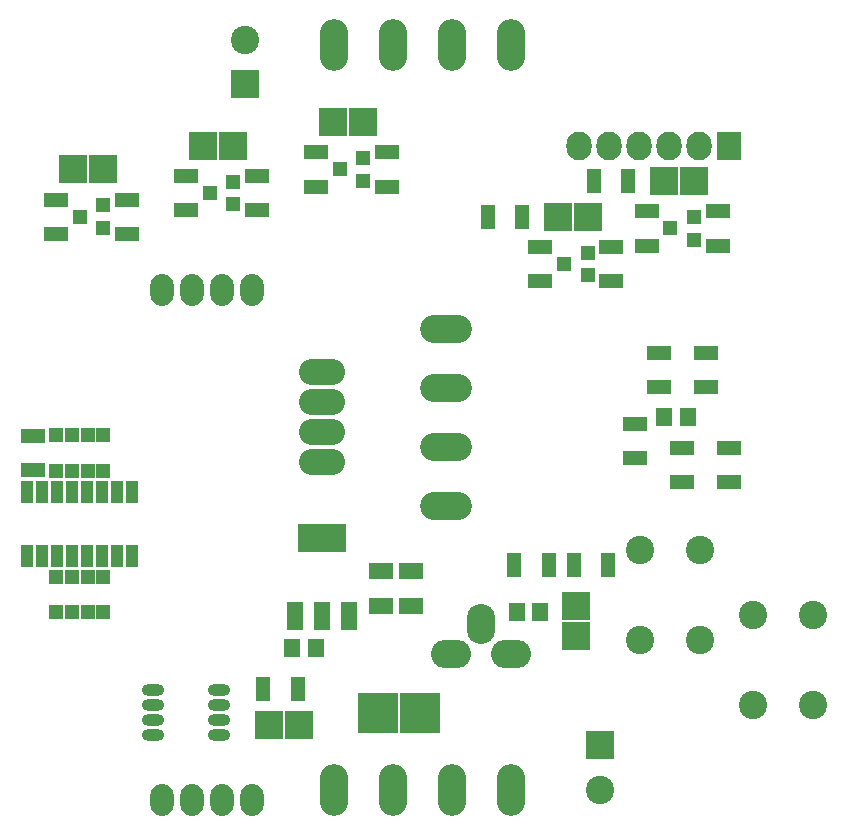
<source format=gts>
G04 #@! TF.FileFunction,Soldermask,Top*
%FSLAX46Y46*%
G04 Gerber Fmt 4.6, Leading zero omitted, Abs format (unit mm)*
G04 Created by KiCad (PCBNEW 4.0.4-stable) date 03/17/17 22:11:42*
%MOMM*%
%LPD*%
G01*
G04 APERTURE LIST*
%ADD10C,0.100000*%
%ADD11O,4.362400X2.381200*%
%ADD12R,2.000000X1.400000*%
%ADD13R,2.100000X1.300000*%
%ADD14R,4.057600X2.432000*%
%ADD15R,1.416000X2.432000*%
%ADD16R,1.000000X1.900000*%
%ADD17C,2.400000*%
%ADD18R,2.400000X2.400000*%
%ADD19R,1.200100X1.200100*%
%ADD20O,1.873200X1.009600*%
%ADD21O,2.381200X4.362400*%
%ADD22O,2.000000X2.700000*%
%ADD23R,1.400000X1.650000*%
%ADD24R,2.127200X2.432000*%
%ADD25O,2.127200X2.432000*%
%ADD26R,2.432000X2.432000*%
%ADD27R,1.300000X2.100000*%
%ADD28R,1.300000X1.300000*%
%ADD29O,2.398980X3.399740*%
%ADD30O,3.399740X2.398980*%
%ADD31R,3.400000X3.400000*%
%ADD32O,3.900120X2.200860*%
G04 APERTURE END LIST*
D10*
D11*
X129000000Y-134500000D03*
X129000000Y-129500000D03*
X129000000Y-119500000D03*
X129000000Y-124500000D03*
D12*
X123500000Y-143000000D03*
X123500000Y-140000000D03*
X126000000Y-143000000D03*
X126000000Y-140000000D03*
D13*
X94000000Y-131450000D03*
X94000000Y-128550000D03*
D14*
X118500000Y-137198000D03*
D15*
X118500000Y-143802000D03*
X120786000Y-143802000D03*
X116214000Y-143802000D03*
D16*
X93555000Y-138700000D03*
X94825000Y-138700000D03*
X96095000Y-138700000D03*
X97365000Y-138700000D03*
X98635000Y-138700000D03*
X99905000Y-138700000D03*
X101175000Y-138700000D03*
X102445000Y-138700000D03*
X102445000Y-133300000D03*
X101175000Y-133300000D03*
X99905000Y-133300000D03*
X98635000Y-133300000D03*
X97365000Y-133300000D03*
X96095000Y-133300000D03*
X94825000Y-133300000D03*
X93555000Y-133300000D03*
D17*
X142000000Y-158500000D03*
D18*
X142000000Y-154700000D03*
D19*
X150000760Y-111950000D03*
X150000760Y-110050000D03*
X148001780Y-111000000D03*
X141000760Y-114950000D03*
X141000760Y-113050000D03*
X139001780Y-114000000D03*
D13*
X153000000Y-132450000D03*
X153000000Y-129550000D03*
X149000000Y-132450000D03*
X149000000Y-129550000D03*
X145000000Y-130450000D03*
X145000000Y-127550000D03*
X152000000Y-109550000D03*
X152000000Y-112450000D03*
X143000000Y-112550000D03*
X143000000Y-115450000D03*
X146000000Y-109550000D03*
X146000000Y-112450000D03*
X137000000Y-112550000D03*
X137000000Y-115450000D03*
D17*
X160040000Y-143690000D03*
X154960000Y-143690000D03*
X160040000Y-151310000D03*
X154960000Y-151310000D03*
X150540000Y-138190000D03*
X145460000Y-138190000D03*
X150540000Y-145810000D03*
X145460000Y-145810000D03*
D20*
X104206000Y-150095000D03*
X104206000Y-151365000D03*
X104206000Y-152635000D03*
X104206000Y-153905000D03*
X109794000Y-153905000D03*
X109794000Y-152635000D03*
X109794000Y-151365000D03*
X109794000Y-150095000D03*
D17*
X112000000Y-95000000D03*
D18*
X112000000Y-98800000D03*
D21*
X134500000Y-158500000D03*
X129500000Y-158500000D03*
X119500000Y-158500000D03*
X124500000Y-158500000D03*
X119500000Y-95500000D03*
X124500000Y-95500000D03*
X134500000Y-95500000D03*
X129500000Y-95500000D03*
D19*
X122000760Y-106950000D03*
X122000760Y-105050000D03*
X120001780Y-106000000D03*
X111000760Y-108950000D03*
X111000760Y-107050000D03*
X109001780Y-108000000D03*
D13*
X124000000Y-104550000D03*
X124000000Y-107450000D03*
X113000000Y-106550000D03*
X113000000Y-109450000D03*
X118000000Y-104550000D03*
X118000000Y-107450000D03*
X107000000Y-106550000D03*
X107000000Y-109450000D03*
D19*
X100000760Y-110950000D03*
X100000760Y-109050000D03*
X98001780Y-110000000D03*
D13*
X147000000Y-121550000D03*
X147000000Y-124450000D03*
X151000000Y-121550000D03*
X151000000Y-124450000D03*
X102000000Y-108550000D03*
X102000000Y-111450000D03*
X96000000Y-108550000D03*
X96000000Y-111450000D03*
D22*
X105000000Y-116220000D03*
X107540000Y-116220000D03*
X110080000Y-116220000D03*
X112620000Y-116220000D03*
X112620000Y-159400000D03*
X110080000Y-159400000D03*
X107540000Y-159400000D03*
X105000000Y-159400000D03*
D23*
X118000000Y-146500000D03*
X116000000Y-146500000D03*
X137000000Y-143500000D03*
X135000000Y-143500000D03*
D24*
X153000000Y-104000000D03*
D25*
X150460000Y-104000000D03*
X147920000Y-104000000D03*
X145380000Y-104000000D03*
X142840000Y-104000000D03*
X140300000Y-104000000D03*
D26*
X140000000Y-145500000D03*
X140000000Y-142960000D03*
D27*
X137700000Y-139500000D03*
X134800000Y-139500000D03*
X142700000Y-139500000D03*
X139800000Y-139500000D03*
D28*
X100000000Y-128500000D03*
X96000000Y-128500000D03*
X98660000Y-128500000D03*
X97340000Y-128500000D03*
X98660000Y-131500000D03*
X100000000Y-131500000D03*
X96000000Y-131500000D03*
X97340000Y-131500000D03*
X96000000Y-143500000D03*
X100000000Y-143500000D03*
X97340000Y-143500000D03*
X98660000Y-143500000D03*
X97340000Y-140500000D03*
X96000000Y-140500000D03*
X100000000Y-140500000D03*
X98660000Y-140500000D03*
D29*
X131960000Y-144460000D03*
D30*
X134500000Y-147000000D03*
X129420000Y-147000000D03*
D27*
X135450000Y-110000000D03*
X132550000Y-110000000D03*
X144450000Y-107000000D03*
X141550000Y-107000000D03*
D31*
X123250000Y-152000000D03*
X126790000Y-152000000D03*
D26*
X150000000Y-107000000D03*
X147460000Y-107000000D03*
X141000000Y-110000000D03*
X138460000Y-110000000D03*
X122000000Y-102000000D03*
X119460000Y-102000000D03*
X111000000Y-104000000D03*
X108460000Y-104000000D03*
X100000000Y-106000000D03*
X97460000Y-106000000D03*
D32*
X118500000Y-123190000D03*
X118500000Y-125730000D03*
X118500000Y-128270000D03*
X118500000Y-130810000D03*
D26*
X114000000Y-153000000D03*
X116540000Y-153000000D03*
D27*
X113550000Y-150000000D03*
X116450000Y-150000000D03*
D23*
X149500000Y-127000000D03*
X147500000Y-127000000D03*
M02*

</source>
